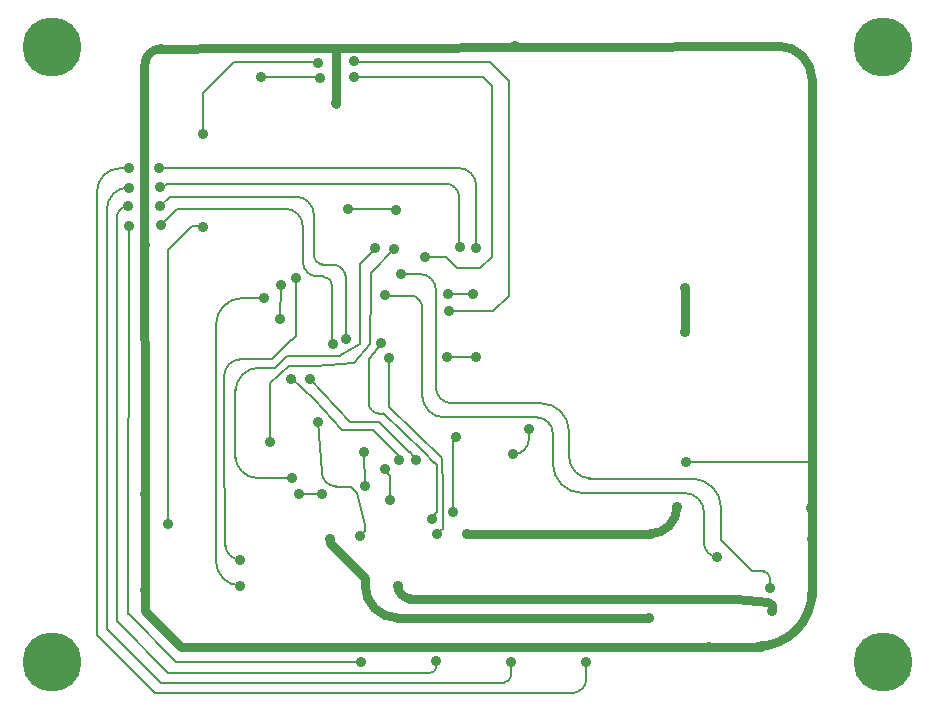
<source format=gbr>
G04 start of page 3 for group 1 idx 1 *
G04 Title: (unknown), ground *
G04 Creator: pcb 20140316 *
G04 CreationDate: Wed Jul  8 14:59:58 2015 UTC *
G04 For: frankenteddy *
G04 Format: Gerber/RS-274X *
G04 PCB-Dimensions (mil): 3270.00 2515.00 *
G04 PCB-Coordinate-Origin: lower left *
%MOIN*%
%FSLAX25Y25*%
%LNGROUP1*%
%ADD35C,0.0150*%
%ADD34C,0.1575*%
%ADD33C,0.0350*%
%ADD32C,0.1968*%
%ADD31C,0.0070*%
%ADD30C,0.0300*%
G54D30*X274500Y218800D02*Y46500D01*
G54D31*X232500Y91000D02*X274500D01*
X238400Y74900D02*Y64000D01*
X244100Y64900D02*Y76200D01*
X260500Y49100D02*Y52700D01*
X258600Y54600D02*X254400D01*
X244100Y64900D02*X254400Y54600D01*
X144500Y142700D02*Y112700D01*
X133400Y125800D02*Y109514D01*
X135400Y175500D02*X135800Y175100D01*
X149000Y115200D02*Y148800D01*
X162500Y162200D02*Y183500D01*
X156200Y155700D02*X152400Y159500D01*
X152650Y125850D02*X162750D01*
X161500Y147100D02*X153000Y147000D01*
X132900Y146500D02*X140700D01*
X144200Y153600D02*X137800D01*
X173400Y146500D02*X168100Y141200D01*
X153100D01*
X167700Y216300D02*Y159500D01*
X173400Y218000D02*Y146500D01*
X167700Y159500D02*X163900Y155700D01*
X156200D01*
X152400Y159500D02*X145600D01*
X145500Y159400D01*
X184500Y110600D02*X153700D01*
X149300Y90000D02*X148300Y91000D01*
X151300Y68800D02*Y82100D01*
X154800Y74300D02*Y98200D01*
X155900Y99300D01*
X133400Y109514D02*X133414Y109500D01*
X136700Y91600D02*Y93100D01*
X136500Y93300D01*
X133700Y86500D02*Y78200D01*
X133800Y78100D01*
X164700Y219300D02*X167700Y216300D01*
G54D30*X232000Y149000D02*Y134500D01*
X82000Y228900D02*X57300Y228700D01*
X82400Y228900D02*X121000D01*
G54D31*X81600Y224200D02*X110000D01*
X110200Y224000D01*
G54D30*X115700D02*Y228800D01*
X115600Y228900D01*
G54D31*X90600Y219300D02*X110600D01*
X71500Y200800D02*Y214100D01*
X81600Y224200D01*
G54D30*X115700Y210400D02*Y224500D01*
X120900Y228900D02*X263700Y229700D01*
G54D31*X121500Y219300D02*X164700D01*
X121500Y224300D02*X167100D01*
X173400Y218000D01*
X157000Y189000D02*X56500D01*
X152900Y183800D02*X59400D01*
X46800Y188900D02*X43600D01*
X57200Y176200D02*Y176400D01*
X60300Y179500D01*
X57000Y182700D02*X58200D01*
X59300Y183800D01*
X99500Y175400D02*X62800D01*
X103000Y179500D02*X60300D01*
X119600Y175500D02*X135400D01*
G54D30*X261000Y41500D02*Y43300D01*
X259800Y44500D01*
X249100Y45300D01*
X220100Y39000D02*X136000D01*
G54D31*X109800Y104400D02*X110950Y87750D01*
X128200Y101600D02*X117900D01*
X120500Y104500D02*X130000D01*
X111200Y80300D02*X103600Y80200D01*
X101000Y85700D02*X89000D01*
X122900Y80600D02*X125300Y69900D01*
X120700Y82800D02*X122900Y80600D01*
X115900Y82800D02*X120700D01*
X125281Y69981D02*Y67981D01*
X123700Y66400D01*
X46600Y40200D02*X62300Y24500D01*
X59900Y20700D02*X42700Y37900D01*
Y42800D01*
X42800Y42900D01*
X39400Y35400D02*X57400Y17400D01*
X36100Y33300D02*X55400Y14000D01*
X151200Y105900D02*X183000D01*
X180000Y102000D02*X180100Y98900D01*
X188000Y100900D02*Y90300D01*
X197600Y80700D02*X232600D01*
X234800Y85500D02*X200100D01*
X193400Y92200D02*Y101700D01*
G54D30*X220600Y67100D02*X159300Y67000D01*
G54D31*X149800Y67300D02*X151200Y68700D01*
X145000Y94300D02*X131400Y107200D01*
X133414Y109500D02*X151200Y92200D01*
X140250Y94250D02*X142500Y91800D01*
X136700Y93100D02*X128200Y101600D01*
X125000Y94500D02*X125400Y83000D01*
X133800Y78200D02*Y78400D01*
X132100Y88700D02*Y88100D01*
X133700Y86500D01*
G54D30*X113600Y65500D02*Y64000D01*
X125400Y52200D01*
Y52000D02*Y49300D01*
X125300Y49200D01*
G54D31*X148500Y90800D02*X145000Y94300D01*
X151149Y92249D02*X151300Y82000D01*
X147603Y72503D02*X149300Y74200D01*
Y90000D01*
X131451Y107151D02*X129949D01*
X129900Y107200D01*
G54D30*X257500Y29500D02*X64000D01*
G54D31*X236500Y30000D02*X236000Y29500D01*
G54D30*X52000Y42500D02*Y41500D01*
X64000Y29500D01*
X140100Y45500D02*X249000D01*
G54D31*X199200Y24700D02*Y18300D01*
X174100Y24500D02*X174200Y20000D01*
X149200Y24600D02*Y22600D01*
X55400Y14000D02*X194900D01*
X57300Y17400D02*X171600D01*
X147200Y20700D02*X59900D01*
X62400Y24500D02*X123000D01*
X130000Y104500D02*X140200Y94300D01*
X101200Y131900D02*X94500Y125200D01*
X97500Y150100D02*X97000Y138600D01*
X91600Y145700D02*X84100D01*
X94500Y125200D02*X83400D01*
G54D30*X51900Y223000D02*X52100Y41700D01*
G54D31*X57500Y169900D02*Y170000D01*
X62900Y175400D01*
X59900Y70400D02*Y161700D01*
X67800Y169600D01*
X71500D01*
X93900Y97800D02*Y99400D01*
X75700Y137300D02*Y102000D01*
X78500Y120300D02*Y101700D01*
X93800Y117200D02*Y98200D01*
X93900Y98100D01*
X99300Y126400D02*X95400Y122500D01*
X100000Y122900D02*X93800Y117200D01*
X95400Y122500D02*X89300D01*
X82200Y115400D02*Y92500D01*
X114500Y129500D02*Y150200D01*
X111800Y152900D02*X109000D01*
X104700Y157400D02*Y169400D01*
X119000Y131900D02*Y153200D01*
X115400Y156800D02*X111200D01*
X108400Y159400D02*Y173700D01*
X102400Y152200D02*Y133100D01*
X127300Y149400D02*X127187Y130413D01*
X123800Y150200D02*X123863Y130337D01*
X123800Y150000D02*Y151400D01*
X131000Y130600D02*X126600Y125300D01*
X123800Y151300D02*Y157100D01*
X127299Y149300D02*Y154099D01*
X156800Y162900D02*Y179900D01*
X129000Y162000D02*X128800Y162200D01*
X123800Y157100D02*X128850Y162150D01*
X127299Y154099D02*X135200Y162000D01*
X83400Y58400D02*X83250Y58550D01*
X78500Y101700D02*X78900Y62900D01*
X75700Y102700D02*Y58000D01*
X39400Y38100D02*Y35400D01*
X36150Y181750D02*X36100Y34200D01*
X42700Y172600D02*X42800Y42200D01*
X46600Y169700D02*X46400Y40400D01*
X39400Y175400D02*Y37900D01*
X36100Y34300D02*Y33300D01*
X121500Y123900D02*X109000Y122900D01*
X123800Y130300D02*X116900Y126200D01*
X117200D02*X107300D01*
Y126400D02*X107500Y126200D01*
X105700Y122900D02*X109000D01*
X102400Y133100D02*X101100Y131800D01*
X127048Y130252D02*X121600Y123908D01*
X126600Y125300D02*Y110200D01*
X101900Y126400D02*X107300D01*
X102000D02*X99300D01*
X105600Y122900D02*X100000D01*
X100900Y119000D02*X108400Y112000D01*
X108300Y112100D02*X117900Y101600D01*
X107000Y118800D02*X120500Y104500D01*
X174900Y93600D02*G75*G03X180100Y98800I0J5200D01*G01*
X200800Y85500D02*G75*G02X193400Y92900I0J7400D01*G01*
X197800Y80700D02*G75*G02X188000Y90500I0J9800D01*G01*
X184100Y110600D02*G75*G02X193400Y101300I0J-9300D01*G01*
X199200Y18800D02*G75*G02X194400Y14000I-4800J0D01*G01*
X174200Y20200D02*G75*G02X171400Y17400I-2800J0D01*G01*
X182600Y105900D02*G75*G02X188000Y100500I0J-5400D01*G01*
X260500Y52000D02*G75*G03X257900Y54600I-2600J0D01*G01*
X234300Y85500D02*G75*G02X244100Y75700I0J-9800D01*G01*
X231800Y80700D02*G75*G02X238400Y74100I0J-6600D01*G01*
X242800Y59500D02*G75*G02X238400Y63900I0J4400D01*G01*
G54D30*X229400Y76000D02*G75*G02X220500Y67100I-8900J0D01*G01*
X274400Y47700D02*G75*G02X256300Y29600I-18100J0D01*G01*
X263100Y229700D02*G75*G02X274500Y218300I0J-11400D01*G01*
G54D31*X162500Y183000D02*G75*G03X156500Y189000I-6000J0D01*G01*
X152300Y183800D02*G75*G02X156800Y179300I0J-4500D01*G01*
X98800Y175400D02*G75*G02X104700Y169500I0J-5900D01*G01*
X102200Y179500D02*G75*G02X108400Y173300I0J-6200D01*G01*
X43700Y188900D02*G75*G03X36100Y181300I0J-7600D01*G01*
X46500Y182500D02*G75*G03X39400Y175400I0J-7100D01*G01*
X46500Y176300D02*G75*G03X42700Y172500I0J-3800D01*G01*
X109500Y152900D02*G75*G02X104700Y157700I0J4800D01*G01*
X114600Y156800D02*G75*G02X119000Y152400I0J-4400D01*G01*
X114500Y149800D02*G75*G03X111500Y152800I-3000J0D01*G01*
X140400Y146500D02*G75*G02X144500Y142400I0J-4100D01*G01*
X143900Y153600D02*G75*G02X149000Y148500I0J-5100D01*G01*
G54D30*X57300Y228700D02*G75*G03X52000Y223400I0J-5300D01*G01*
G54D31*X84700Y145700D02*G75*G03X75700Y136700I0J-9000D01*G01*
X83800Y58500D02*G75*G02X78900Y63400I0J4900D01*G01*
X83900Y49800D02*G75*G02X75700Y58000I0J8200D01*G01*
X82200Y93000D02*G75*G03X89500Y85700I7300J0D01*G01*
X90300Y122500D02*G75*G03X82200Y114400I0J-8100D01*G01*
X83900Y125200D02*G75*G03X78500Y119800I0J-5400D01*G01*
X111600Y156800D02*G75*G02X108400Y160000I0J3200D01*G01*
X110900Y87900D02*G75*G03X115900Y82900I5000J0D01*G01*
X144500Y113200D02*G75*G03X151800Y105900I7300J0D01*G01*
X149000Y115900D02*G75*G03X154300Y110600I5300J0D01*G01*
X130100Y107200D02*G75*G02X126600Y110700I0J3500D01*G01*
G54D30*X136300Y39000D02*G75*G02X125400Y49900I0J10900D01*G01*
X136300Y49800D02*G75*G03X140600Y45500I4300J0D01*G01*
G54D31*X149200Y22700D02*G75*G02X147200Y20700I-2000J0D01*G01*
G54D32*X21000Y24500D03*
G54D33*X52000Y48500D03*
Y80500D03*
X59900Y70400D03*
G54D32*X21000Y229500D03*
G54D33*X57300Y228700D03*
X52000Y163500D03*
X56600Y188900D03*
X46700D03*
X46600Y182500D03*
X57000Y182700D03*
X46600Y169700D03*
X46500Y176300D03*
X57200Y176200D03*
X57500Y169900D03*
X71500Y169300D03*
X71400Y200500D03*
X97500Y150100D03*
X97000Y138600D03*
X135800Y175100D03*
X135200Y162000D03*
X132100Y146800D03*
X137500Y153600D03*
X153400Y141200D03*
X128800Y162200D03*
X162500D03*
X157100Y162700D03*
X145500Y159400D03*
X102400Y152200D03*
X91600Y145700D03*
X159300Y67000D03*
X136300Y49800D03*
X113600Y65500D03*
X149200Y24600D03*
X124100Y24500D03*
X174100D03*
X119600Y175500D03*
X175300Y229600D03*
X115600Y210800D03*
X121800Y219200D03*
X110300Y219100D03*
X90800Y219200D03*
X121700Y224600D03*
X109700Y224000D03*
X153000Y147000D03*
X161500D03*
X232000Y134500D03*
Y149000D03*
X180000Y102000D03*
X155900Y99300D03*
G54D32*X298000Y229500D03*
G54D33*X274200Y75800D03*
X232500Y91000D03*
X229500Y76000D03*
X154800Y74300D03*
X240000Y29500D03*
X174900Y93600D03*
X220100Y39000D03*
X261000Y41500D03*
X242800Y59500D03*
X260500Y49100D03*
G54D32*X298000Y24500D03*
G54D33*X274500Y65500D03*
X199200Y24400D03*
X162450Y125850D03*
X152700Y126100D03*
X130900Y130600D03*
X114700Y130200D03*
X119000Y131900D03*
X133400Y125800D03*
X100900Y118600D03*
X125000Y94500D03*
X109800Y104400D03*
X107000Y118800D03*
X93900Y97800D03*
X83900Y49800D03*
Y58500D03*
X103400Y80300D03*
X101000Y85700D03*
X123700Y66400D03*
X111200Y80300D03*
X125400Y83000D03*
X136700Y91600D03*
X132100Y88700D03*
X149400Y67100D03*
X147603Y71897D03*
X142500Y91800D03*
X133800Y78200D03*
G54D34*G54D35*G54D34*G54D35*G54D34*G54D35*G54D34*G54D35*M02*

</source>
